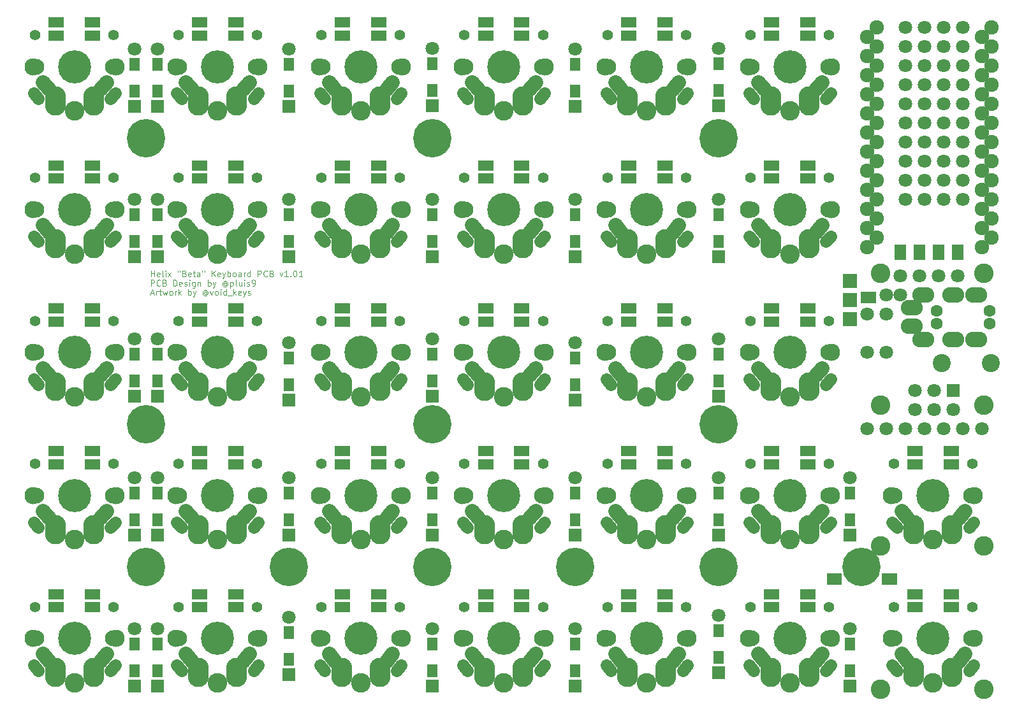
<source format=gbr>
G04 #@! TF.FileFunction,Soldermask,Top*
%FSLAX46Y46*%
G04 Gerber Fmt 4.6, Leading zero omitted, Abs format (unit mm)*
G04 Created by KiCad (PCBNEW 4.0.1-stable) date 2018/01/08 13:19:11*
%MOMM*%
G01*
G04 APERTURE LIST*
%ADD10C,0.100000*%
%ADD11C,0.110000*%
%ADD12C,5.100400*%
%ADD13R,1.797000X1.797000*%
%ADD14C,1.797000*%
%ADD15R,2.000000X1.400000*%
%ADD16C,2.600000*%
%ADD17C,1.924000*%
%ADD18R,1.543000X1.035000*%
%ADD19R,1.350000X1.700000*%
%ADD20C,2.400000*%
%ADD21R,1.035000X1.543000*%
%ADD22C,1.600000*%
%ADD23O,2.900000X2.100000*%
%ADD24R,0.781000X0.781000*%
%ADD25R,1.924000X1.924000*%
%ADD26C,1.650000*%
%ADD27C,4.400000*%
%ADD28C,2.300000*%
%ADD29C,2.800000*%
%ADD30C,1.950000*%
%ADD31C,2.100000*%
%ADD32C,1.400000*%
G04 APERTURE END LIST*
D10*
D11*
X102121428Y-83133333D02*
X102502380Y-83133333D01*
X102045237Y-83361905D02*
X102311904Y-82561905D01*
X102578571Y-83361905D01*
X102845237Y-83361905D02*
X102845237Y-82828571D01*
X102845237Y-82980952D02*
X102883332Y-82904762D01*
X102921428Y-82866667D01*
X102997618Y-82828571D01*
X103073809Y-82828571D01*
X103226189Y-82828571D02*
X103530951Y-82828571D01*
X103340475Y-82561905D02*
X103340475Y-83247619D01*
X103378570Y-83323810D01*
X103454761Y-83361905D01*
X103530951Y-83361905D01*
X103721428Y-82828571D02*
X103873809Y-83361905D01*
X104026190Y-82980952D01*
X104178571Y-83361905D01*
X104330952Y-82828571D01*
X104749999Y-83361905D02*
X104673808Y-83323810D01*
X104635713Y-83285714D01*
X104597618Y-83209524D01*
X104597618Y-82980952D01*
X104635713Y-82904762D01*
X104673808Y-82866667D01*
X104749999Y-82828571D01*
X104864285Y-82828571D01*
X104940475Y-82866667D01*
X104978570Y-82904762D01*
X105016666Y-82980952D01*
X105016666Y-83209524D01*
X104978570Y-83285714D01*
X104940475Y-83323810D01*
X104864285Y-83361905D01*
X104749999Y-83361905D01*
X105359523Y-83361905D02*
X105359523Y-82828571D01*
X105359523Y-82980952D02*
X105397618Y-82904762D01*
X105435714Y-82866667D01*
X105511904Y-82828571D01*
X105588095Y-82828571D01*
X105854761Y-83361905D02*
X105854761Y-82561905D01*
X105930952Y-83057143D02*
X106159523Y-83361905D01*
X106159523Y-82828571D02*
X105854761Y-83133333D01*
X107111904Y-83361905D02*
X107111904Y-82561905D01*
X107111904Y-82866667D02*
X107188095Y-82828571D01*
X107340476Y-82828571D01*
X107416666Y-82866667D01*
X107454761Y-82904762D01*
X107492857Y-82980952D01*
X107492857Y-83209524D01*
X107454761Y-83285714D01*
X107416666Y-83323810D01*
X107340476Y-83361905D01*
X107188095Y-83361905D01*
X107111904Y-83323810D01*
X107759524Y-82828571D02*
X107950000Y-83361905D01*
X108140476Y-82828571D02*
X107950000Y-83361905D01*
X107873809Y-83552381D01*
X107835714Y-83590476D01*
X107759524Y-83628571D01*
X109550000Y-82980952D02*
X109511905Y-82942857D01*
X109435715Y-82904762D01*
X109359524Y-82904762D01*
X109283334Y-82942857D01*
X109245238Y-82980952D01*
X109207143Y-83057143D01*
X109207143Y-83133333D01*
X109245238Y-83209524D01*
X109283334Y-83247619D01*
X109359524Y-83285714D01*
X109435715Y-83285714D01*
X109511905Y-83247619D01*
X109550000Y-83209524D01*
X109550000Y-82904762D02*
X109550000Y-83209524D01*
X109588096Y-83247619D01*
X109626191Y-83247619D01*
X109702381Y-83209524D01*
X109740476Y-83133333D01*
X109740476Y-82942857D01*
X109664286Y-82828571D01*
X109550000Y-82752381D01*
X109397619Y-82714286D01*
X109245238Y-82752381D01*
X109130953Y-82828571D01*
X109054762Y-82942857D01*
X109016667Y-83095238D01*
X109054762Y-83247619D01*
X109130953Y-83361905D01*
X109245238Y-83438095D01*
X109397619Y-83476190D01*
X109550000Y-83438095D01*
X109664286Y-83361905D01*
X110007143Y-82828571D02*
X110197619Y-83361905D01*
X110388095Y-82828571D01*
X110807143Y-83361905D02*
X110730952Y-83323810D01*
X110692857Y-83285714D01*
X110654762Y-83209524D01*
X110654762Y-82980952D01*
X110692857Y-82904762D01*
X110730952Y-82866667D01*
X110807143Y-82828571D01*
X110921429Y-82828571D01*
X110997619Y-82866667D01*
X111035714Y-82904762D01*
X111073810Y-82980952D01*
X111073810Y-83209524D01*
X111035714Y-83285714D01*
X110997619Y-83323810D01*
X110921429Y-83361905D01*
X110807143Y-83361905D01*
X111416667Y-83361905D02*
X111416667Y-82828571D01*
X111416667Y-82561905D02*
X111378572Y-82600000D01*
X111416667Y-82638095D01*
X111454762Y-82600000D01*
X111416667Y-82561905D01*
X111416667Y-82638095D01*
X112140476Y-83361905D02*
X112140476Y-82561905D01*
X112140476Y-83323810D02*
X112064286Y-83361905D01*
X111911905Y-83361905D01*
X111835714Y-83323810D01*
X111797619Y-83285714D01*
X111759524Y-83209524D01*
X111759524Y-82980952D01*
X111797619Y-82904762D01*
X111835714Y-82866667D01*
X111911905Y-82828571D01*
X112064286Y-82828571D01*
X112140476Y-82866667D01*
X112330953Y-83438095D02*
X112940477Y-83438095D01*
X113130953Y-83361905D02*
X113130953Y-82561905D01*
X113207144Y-83057143D02*
X113435715Y-83361905D01*
X113435715Y-82828571D02*
X113130953Y-83133333D01*
X114083334Y-83323810D02*
X114007144Y-83361905D01*
X113854763Y-83361905D01*
X113778572Y-83323810D01*
X113740477Y-83247619D01*
X113740477Y-82942857D01*
X113778572Y-82866667D01*
X113854763Y-82828571D01*
X114007144Y-82828571D01*
X114083334Y-82866667D01*
X114121429Y-82942857D01*
X114121429Y-83019048D01*
X113740477Y-83095238D01*
X114388096Y-82828571D02*
X114578572Y-83361905D01*
X114769048Y-82828571D02*
X114578572Y-83361905D01*
X114502381Y-83552381D01*
X114464286Y-83590476D01*
X114388096Y-83628571D01*
X115035715Y-83323810D02*
X115111905Y-83361905D01*
X115264286Y-83361905D01*
X115340477Y-83323810D01*
X115378572Y-83247619D01*
X115378572Y-83209524D01*
X115340477Y-83133333D01*
X115264286Y-83095238D01*
X115150001Y-83095238D01*
X115073810Y-83057143D01*
X115035715Y-82980952D01*
X115035715Y-82942857D01*
X115073810Y-82866667D01*
X115150001Y-82828571D01*
X115264286Y-82828571D01*
X115340477Y-82866667D01*
X102135713Y-82161905D02*
X102135713Y-81361905D01*
X102440475Y-81361905D01*
X102516666Y-81400000D01*
X102554761Y-81438095D01*
X102592856Y-81514286D01*
X102592856Y-81628571D01*
X102554761Y-81704762D01*
X102516666Y-81742857D01*
X102440475Y-81780952D01*
X102135713Y-81780952D01*
X103392856Y-82085714D02*
X103354761Y-82123810D01*
X103240475Y-82161905D01*
X103164285Y-82161905D01*
X103049999Y-82123810D01*
X102973808Y-82047619D01*
X102935713Y-81971429D01*
X102897618Y-81819048D01*
X102897618Y-81704762D01*
X102935713Y-81552381D01*
X102973808Y-81476190D01*
X103049999Y-81400000D01*
X103164285Y-81361905D01*
X103240475Y-81361905D01*
X103354761Y-81400000D01*
X103392856Y-81438095D01*
X104002380Y-81742857D02*
X104116666Y-81780952D01*
X104154761Y-81819048D01*
X104192856Y-81895238D01*
X104192856Y-82009524D01*
X104154761Y-82085714D01*
X104116666Y-82123810D01*
X104040475Y-82161905D01*
X103735713Y-82161905D01*
X103735713Y-81361905D01*
X104002380Y-81361905D01*
X104078570Y-81400000D01*
X104116666Y-81438095D01*
X104154761Y-81514286D01*
X104154761Y-81590476D01*
X104116666Y-81666667D01*
X104078570Y-81704762D01*
X104002380Y-81742857D01*
X103735713Y-81742857D01*
X105145237Y-82161905D02*
X105145237Y-81361905D01*
X105335713Y-81361905D01*
X105449999Y-81400000D01*
X105526190Y-81476190D01*
X105564285Y-81552381D01*
X105602380Y-81704762D01*
X105602380Y-81819048D01*
X105564285Y-81971429D01*
X105526190Y-82047619D01*
X105449999Y-82123810D01*
X105335713Y-82161905D01*
X105145237Y-82161905D01*
X106249999Y-82123810D02*
X106173809Y-82161905D01*
X106021428Y-82161905D01*
X105945237Y-82123810D01*
X105907142Y-82047619D01*
X105907142Y-81742857D01*
X105945237Y-81666667D01*
X106021428Y-81628571D01*
X106173809Y-81628571D01*
X106249999Y-81666667D01*
X106288094Y-81742857D01*
X106288094Y-81819048D01*
X105907142Y-81895238D01*
X106592856Y-82123810D02*
X106669046Y-82161905D01*
X106821427Y-82161905D01*
X106897618Y-82123810D01*
X106935713Y-82047619D01*
X106935713Y-82009524D01*
X106897618Y-81933333D01*
X106821427Y-81895238D01*
X106707142Y-81895238D01*
X106630951Y-81857143D01*
X106592856Y-81780952D01*
X106592856Y-81742857D01*
X106630951Y-81666667D01*
X106707142Y-81628571D01*
X106821427Y-81628571D01*
X106897618Y-81666667D01*
X107278570Y-82161905D02*
X107278570Y-81628571D01*
X107278570Y-81361905D02*
X107240475Y-81400000D01*
X107278570Y-81438095D01*
X107316665Y-81400000D01*
X107278570Y-81361905D01*
X107278570Y-81438095D01*
X108002379Y-81628571D02*
X108002379Y-82276190D01*
X107964284Y-82352381D01*
X107926189Y-82390476D01*
X107849998Y-82428571D01*
X107735713Y-82428571D01*
X107659522Y-82390476D01*
X108002379Y-82123810D02*
X107926189Y-82161905D01*
X107773808Y-82161905D01*
X107697617Y-82123810D01*
X107659522Y-82085714D01*
X107621427Y-82009524D01*
X107621427Y-81780952D01*
X107659522Y-81704762D01*
X107697617Y-81666667D01*
X107773808Y-81628571D01*
X107926189Y-81628571D01*
X108002379Y-81666667D01*
X108383332Y-81628571D02*
X108383332Y-82161905D01*
X108383332Y-81704762D02*
X108421427Y-81666667D01*
X108497618Y-81628571D01*
X108611904Y-81628571D01*
X108688094Y-81666667D01*
X108726189Y-81742857D01*
X108726189Y-82161905D01*
X109716666Y-82161905D02*
X109716666Y-81361905D01*
X109716666Y-81666667D02*
X109792857Y-81628571D01*
X109945238Y-81628571D01*
X110021428Y-81666667D01*
X110059523Y-81704762D01*
X110097619Y-81780952D01*
X110097619Y-82009524D01*
X110059523Y-82085714D01*
X110021428Y-82123810D01*
X109945238Y-82161905D01*
X109792857Y-82161905D01*
X109716666Y-82123810D01*
X110364286Y-81628571D02*
X110554762Y-82161905D01*
X110745238Y-81628571D02*
X110554762Y-82161905D01*
X110478571Y-82352381D01*
X110440476Y-82390476D01*
X110364286Y-82428571D01*
X112154762Y-81780952D02*
X112116667Y-81742857D01*
X112040477Y-81704762D01*
X111964286Y-81704762D01*
X111888096Y-81742857D01*
X111850000Y-81780952D01*
X111811905Y-81857143D01*
X111811905Y-81933333D01*
X111850000Y-82009524D01*
X111888096Y-82047619D01*
X111964286Y-82085714D01*
X112040477Y-82085714D01*
X112116667Y-82047619D01*
X112154762Y-82009524D01*
X112154762Y-81704762D02*
X112154762Y-82009524D01*
X112192858Y-82047619D01*
X112230953Y-82047619D01*
X112307143Y-82009524D01*
X112345238Y-81933333D01*
X112345238Y-81742857D01*
X112269048Y-81628571D01*
X112154762Y-81552381D01*
X112002381Y-81514286D01*
X111850000Y-81552381D01*
X111735715Y-81628571D01*
X111659524Y-81742857D01*
X111621429Y-81895238D01*
X111659524Y-82047619D01*
X111735715Y-82161905D01*
X111850000Y-82238095D01*
X112002381Y-82276190D01*
X112154762Y-82238095D01*
X112269048Y-82161905D01*
X112688095Y-81628571D02*
X112688095Y-82428571D01*
X112688095Y-81666667D02*
X112764286Y-81628571D01*
X112916667Y-81628571D01*
X112992857Y-81666667D01*
X113030952Y-81704762D01*
X113069048Y-81780952D01*
X113069048Y-82009524D01*
X113030952Y-82085714D01*
X112992857Y-82123810D01*
X112916667Y-82161905D01*
X112764286Y-82161905D01*
X112688095Y-82123810D01*
X113526191Y-82161905D02*
X113450000Y-82123810D01*
X113411905Y-82047619D01*
X113411905Y-81361905D01*
X114173810Y-81628571D02*
X114173810Y-82161905D01*
X113830953Y-81628571D02*
X113830953Y-82047619D01*
X113869048Y-82123810D01*
X113945239Y-82161905D01*
X114059525Y-82161905D01*
X114135715Y-82123810D01*
X114173810Y-82085714D01*
X114554763Y-82161905D02*
X114554763Y-81628571D01*
X114554763Y-81361905D02*
X114516668Y-81400000D01*
X114554763Y-81438095D01*
X114592858Y-81400000D01*
X114554763Y-81361905D01*
X114554763Y-81438095D01*
X114897620Y-82123810D02*
X114973810Y-82161905D01*
X115126191Y-82161905D01*
X115202382Y-82123810D01*
X115240477Y-82047619D01*
X115240477Y-82009524D01*
X115202382Y-81933333D01*
X115126191Y-81895238D01*
X115011906Y-81895238D01*
X114935715Y-81857143D01*
X114897620Y-81780952D01*
X114897620Y-81742857D01*
X114935715Y-81666667D01*
X115011906Y-81628571D01*
X115126191Y-81628571D01*
X115202382Y-81666667D01*
X115621429Y-82161905D02*
X115773810Y-82161905D01*
X115850001Y-82123810D01*
X115888096Y-82085714D01*
X115964287Y-81971429D01*
X116002382Y-81819048D01*
X116002382Y-81514286D01*
X115964287Y-81438095D01*
X115926191Y-81400000D01*
X115850001Y-81361905D01*
X115697620Y-81361905D01*
X115621429Y-81400000D01*
X115583334Y-81438095D01*
X115545239Y-81514286D01*
X115545239Y-81704762D01*
X115583334Y-81780952D01*
X115621429Y-81819048D01*
X115697620Y-81857143D01*
X115850001Y-81857143D01*
X115926191Y-81819048D01*
X115964287Y-81780952D01*
X116002382Y-81704762D01*
X102161903Y-80911905D02*
X102161903Y-80111905D01*
X102161903Y-80492857D02*
X102619046Y-80492857D01*
X102619046Y-80911905D02*
X102619046Y-80111905D01*
X103304760Y-80873810D02*
X103228570Y-80911905D01*
X103076189Y-80911905D01*
X102999998Y-80873810D01*
X102961903Y-80797619D01*
X102961903Y-80492857D01*
X102999998Y-80416667D01*
X103076189Y-80378571D01*
X103228570Y-80378571D01*
X103304760Y-80416667D01*
X103342855Y-80492857D01*
X103342855Y-80569048D01*
X102961903Y-80645238D01*
X103799998Y-80911905D02*
X103723807Y-80873810D01*
X103685712Y-80797619D01*
X103685712Y-80111905D01*
X104104760Y-80911905D02*
X104104760Y-80378571D01*
X104104760Y-80111905D02*
X104066665Y-80150000D01*
X104104760Y-80188095D01*
X104142855Y-80150000D01*
X104104760Y-80111905D01*
X104104760Y-80188095D01*
X104409522Y-80911905D02*
X104828569Y-80378571D01*
X104409522Y-80378571D02*
X104828569Y-80911905D01*
X105704760Y-80111905D02*
X105704760Y-80264286D01*
X106009522Y-80111905D02*
X106009522Y-80264286D01*
X106619046Y-80492857D02*
X106733332Y-80530952D01*
X106771427Y-80569048D01*
X106809522Y-80645238D01*
X106809522Y-80759524D01*
X106771427Y-80835714D01*
X106733332Y-80873810D01*
X106657141Y-80911905D01*
X106352379Y-80911905D01*
X106352379Y-80111905D01*
X106619046Y-80111905D01*
X106695236Y-80150000D01*
X106733332Y-80188095D01*
X106771427Y-80264286D01*
X106771427Y-80340476D01*
X106733332Y-80416667D01*
X106695236Y-80454762D01*
X106619046Y-80492857D01*
X106352379Y-80492857D01*
X107457141Y-80873810D02*
X107380951Y-80911905D01*
X107228570Y-80911905D01*
X107152379Y-80873810D01*
X107114284Y-80797619D01*
X107114284Y-80492857D01*
X107152379Y-80416667D01*
X107228570Y-80378571D01*
X107380951Y-80378571D01*
X107457141Y-80416667D01*
X107495236Y-80492857D01*
X107495236Y-80569048D01*
X107114284Y-80645238D01*
X107723807Y-80378571D02*
X108028569Y-80378571D01*
X107838093Y-80111905D02*
X107838093Y-80797619D01*
X107876188Y-80873810D01*
X107952379Y-80911905D01*
X108028569Y-80911905D01*
X108638093Y-80911905D02*
X108638093Y-80492857D01*
X108599998Y-80416667D01*
X108523808Y-80378571D01*
X108371427Y-80378571D01*
X108295236Y-80416667D01*
X108638093Y-80873810D02*
X108561903Y-80911905D01*
X108371427Y-80911905D01*
X108295236Y-80873810D01*
X108257141Y-80797619D01*
X108257141Y-80721429D01*
X108295236Y-80645238D01*
X108371427Y-80607143D01*
X108561903Y-80607143D01*
X108638093Y-80569048D01*
X108980951Y-80111905D02*
X108980951Y-80264286D01*
X109285713Y-80111905D02*
X109285713Y-80264286D01*
X110238094Y-80911905D02*
X110238094Y-80111905D01*
X110695237Y-80911905D02*
X110352380Y-80454762D01*
X110695237Y-80111905D02*
X110238094Y-80569048D01*
X111342856Y-80873810D02*
X111266666Y-80911905D01*
X111114285Y-80911905D01*
X111038094Y-80873810D01*
X110999999Y-80797619D01*
X110999999Y-80492857D01*
X111038094Y-80416667D01*
X111114285Y-80378571D01*
X111266666Y-80378571D01*
X111342856Y-80416667D01*
X111380951Y-80492857D01*
X111380951Y-80569048D01*
X110999999Y-80645238D01*
X111647618Y-80378571D02*
X111838094Y-80911905D01*
X112028570Y-80378571D02*
X111838094Y-80911905D01*
X111761903Y-81102381D01*
X111723808Y-81140476D01*
X111647618Y-81178571D01*
X112333332Y-80911905D02*
X112333332Y-80111905D01*
X112333332Y-80416667D02*
X112409523Y-80378571D01*
X112561904Y-80378571D01*
X112638094Y-80416667D01*
X112676189Y-80454762D01*
X112714285Y-80530952D01*
X112714285Y-80759524D01*
X112676189Y-80835714D01*
X112638094Y-80873810D01*
X112561904Y-80911905D01*
X112409523Y-80911905D01*
X112333332Y-80873810D01*
X113171428Y-80911905D02*
X113095237Y-80873810D01*
X113057142Y-80835714D01*
X113019047Y-80759524D01*
X113019047Y-80530952D01*
X113057142Y-80454762D01*
X113095237Y-80416667D01*
X113171428Y-80378571D01*
X113285714Y-80378571D01*
X113361904Y-80416667D01*
X113399999Y-80454762D01*
X113438095Y-80530952D01*
X113438095Y-80759524D01*
X113399999Y-80835714D01*
X113361904Y-80873810D01*
X113285714Y-80911905D01*
X113171428Y-80911905D01*
X114123809Y-80911905D02*
X114123809Y-80492857D01*
X114085714Y-80416667D01*
X114009524Y-80378571D01*
X113857143Y-80378571D01*
X113780952Y-80416667D01*
X114123809Y-80873810D02*
X114047619Y-80911905D01*
X113857143Y-80911905D01*
X113780952Y-80873810D01*
X113742857Y-80797619D01*
X113742857Y-80721429D01*
X113780952Y-80645238D01*
X113857143Y-80607143D01*
X114047619Y-80607143D01*
X114123809Y-80569048D01*
X114504762Y-80911905D02*
X114504762Y-80378571D01*
X114504762Y-80530952D02*
X114542857Y-80454762D01*
X114580953Y-80416667D01*
X114657143Y-80378571D01*
X114733334Y-80378571D01*
X115342857Y-80911905D02*
X115342857Y-80111905D01*
X115342857Y-80873810D02*
X115266667Y-80911905D01*
X115114286Y-80911905D01*
X115038095Y-80873810D01*
X115000000Y-80835714D01*
X114961905Y-80759524D01*
X114961905Y-80530952D01*
X115000000Y-80454762D01*
X115038095Y-80416667D01*
X115114286Y-80378571D01*
X115266667Y-80378571D01*
X115342857Y-80416667D01*
X116333334Y-80911905D02*
X116333334Y-80111905D01*
X116638096Y-80111905D01*
X116714287Y-80150000D01*
X116752382Y-80188095D01*
X116790477Y-80264286D01*
X116790477Y-80378571D01*
X116752382Y-80454762D01*
X116714287Y-80492857D01*
X116638096Y-80530952D01*
X116333334Y-80530952D01*
X117590477Y-80835714D02*
X117552382Y-80873810D01*
X117438096Y-80911905D01*
X117361906Y-80911905D01*
X117247620Y-80873810D01*
X117171429Y-80797619D01*
X117133334Y-80721429D01*
X117095239Y-80569048D01*
X117095239Y-80454762D01*
X117133334Y-80302381D01*
X117171429Y-80226190D01*
X117247620Y-80150000D01*
X117361906Y-80111905D01*
X117438096Y-80111905D01*
X117552382Y-80150000D01*
X117590477Y-80188095D01*
X118200001Y-80492857D02*
X118314287Y-80530952D01*
X118352382Y-80569048D01*
X118390477Y-80645238D01*
X118390477Y-80759524D01*
X118352382Y-80835714D01*
X118314287Y-80873810D01*
X118238096Y-80911905D01*
X117933334Y-80911905D01*
X117933334Y-80111905D01*
X118200001Y-80111905D01*
X118276191Y-80150000D01*
X118314287Y-80188095D01*
X118352382Y-80264286D01*
X118352382Y-80340476D01*
X118314287Y-80416667D01*
X118276191Y-80454762D01*
X118200001Y-80492857D01*
X117933334Y-80492857D01*
X119266668Y-80378571D02*
X119457144Y-80911905D01*
X119647620Y-80378571D01*
X120371430Y-80911905D02*
X119914287Y-80911905D01*
X120142858Y-80911905D02*
X120142858Y-80111905D01*
X120066668Y-80226190D01*
X119990477Y-80302381D01*
X119914287Y-80340476D01*
X120714287Y-80835714D02*
X120752382Y-80873810D01*
X120714287Y-80911905D01*
X120676192Y-80873810D01*
X120714287Y-80835714D01*
X120714287Y-80911905D01*
X121247620Y-80111905D02*
X121323811Y-80111905D01*
X121400001Y-80150000D01*
X121438096Y-80188095D01*
X121476192Y-80264286D01*
X121514287Y-80416667D01*
X121514287Y-80607143D01*
X121476192Y-80759524D01*
X121438096Y-80835714D01*
X121400001Y-80873810D01*
X121323811Y-80911905D01*
X121247620Y-80911905D01*
X121171430Y-80873810D01*
X121133334Y-80835714D01*
X121095239Y-80759524D01*
X121057144Y-80607143D01*
X121057144Y-80416667D01*
X121095239Y-80264286D01*
X121133334Y-80188095D01*
X121171430Y-80150000D01*
X121247620Y-80111905D01*
X122276192Y-80911905D02*
X121819049Y-80911905D01*
X122047620Y-80911905D02*
X122047620Y-80111905D01*
X121971430Y-80226190D01*
X121895239Y-80302381D01*
X121819049Y-80340476D01*
D12*
X139500000Y-100500000D03*
X139500000Y-62500000D03*
X158500000Y-119500000D03*
X120500000Y-119500000D03*
D13*
X208650000Y-96070000D03*
D14*
X208650000Y-98610000D03*
X206110000Y-96070000D03*
X206110000Y-98610000D03*
X203570000Y-96070000D03*
X203570000Y-98610000D03*
D12*
X139500000Y-119500000D03*
X196500000Y-119500000D03*
D15*
X113400000Y-48875000D03*
X113400000Y-47125000D03*
X108600000Y-48875000D03*
X108600000Y-47125000D03*
X94400000Y-48875000D03*
X94400000Y-47125000D03*
X89600000Y-48875000D03*
X89600000Y-47125000D03*
D16*
X199000000Y-98000000D03*
X212750000Y-98000000D03*
D12*
X177500000Y-119500000D03*
X177500000Y-100500000D03*
X177500000Y-62500000D03*
D17*
X213730000Y-47810000D03*
X213730000Y-50350000D03*
X213730000Y-52890000D03*
X213730000Y-55430000D03*
X213730000Y-57970000D03*
X213730000Y-60510000D03*
X213730000Y-63050000D03*
X213730000Y-65590000D03*
X213730000Y-68130000D03*
X213730000Y-70670000D03*
X213730000Y-73210000D03*
X213730000Y-75750000D03*
X198490000Y-75750000D03*
X198490000Y-73210000D03*
X198490000Y-70670000D03*
X198490000Y-68130000D03*
X198490000Y-65590000D03*
X198490000Y-63050000D03*
X198490000Y-60510000D03*
X198490000Y-57970000D03*
X198490000Y-55430000D03*
X198490000Y-52890000D03*
X198490000Y-50350000D03*
X198490000Y-47810000D03*
D14*
X199760000Y-85910000D03*
X199760000Y-90990000D03*
X197220000Y-85910000D03*
X197220000Y-90990000D03*
D16*
X199000000Y-135750000D03*
X212750000Y-135750000D03*
D14*
X197220000Y-101150000D03*
X199760000Y-101150000D03*
X212460000Y-101150000D03*
X209920000Y-101150000D03*
X207380000Y-101150000D03*
X204840000Y-101150000D03*
X202300000Y-101150000D03*
D16*
X199000000Y-116750000D03*
X212750000Y-116750000D03*
X199000000Y-80500000D03*
D14*
X209285000Y-80830000D03*
X206745000Y-80830000D03*
X204205000Y-80830000D03*
X201665000Y-80830000D03*
D12*
X101500000Y-100500000D03*
X101500000Y-119500000D03*
D14*
X209920000Y-70670000D03*
X207380000Y-70670000D03*
X204840000Y-70670000D03*
X202300000Y-70670000D03*
X202300000Y-68130000D03*
X204840000Y-68130000D03*
X207380000Y-68130000D03*
X209920000Y-68130000D03*
X209920000Y-65590000D03*
X207380000Y-65590000D03*
X204840000Y-65590000D03*
X202300000Y-65590000D03*
X202300000Y-63050000D03*
X204840000Y-63050000D03*
X207380000Y-63050000D03*
X209920000Y-63050000D03*
X209920000Y-60510000D03*
X207380000Y-60510000D03*
X204840000Y-60510000D03*
X202300000Y-60510000D03*
X202300000Y-57970000D03*
X204840000Y-57970000D03*
X207380000Y-57970000D03*
X209920000Y-57970000D03*
X209920000Y-55430000D03*
X207380000Y-55430000D03*
X204840000Y-55430000D03*
X202300000Y-55430000D03*
X202300000Y-52890000D03*
X204840000Y-52890000D03*
X207380000Y-52890000D03*
X209920000Y-52890000D03*
X209920000Y-50350000D03*
X207380000Y-50350000D03*
X204840000Y-50350000D03*
X202300000Y-50350000D03*
X202300000Y-47810000D03*
X204840000Y-47810000D03*
X207380000Y-47810000D03*
X209920000Y-47810000D03*
D18*
X209285000Y-77154620D03*
X209285000Y-78155380D03*
X206745000Y-77154620D03*
X206745000Y-78155380D03*
X204205000Y-77154620D03*
X204205000Y-78155380D03*
X201665000Y-77154620D03*
X201665000Y-78155380D03*
D14*
X199760000Y-83370000D03*
X201665000Y-83370000D03*
D12*
X101500000Y-62500000D03*
D19*
X100000000Y-56275000D03*
D13*
X100000000Y-58310000D03*
D14*
X100000000Y-50690000D03*
D19*
X100000000Y-52725000D03*
X103000000Y-56275000D03*
D13*
X103000000Y-58310000D03*
D14*
X103000000Y-50690000D03*
D19*
X103000000Y-52725000D03*
X120500000Y-56275000D03*
D13*
X120500000Y-58310000D03*
D14*
X120500000Y-50690000D03*
D19*
X120500000Y-52725000D03*
X139500000Y-56175000D03*
D13*
X139500000Y-58210000D03*
D14*
X139500000Y-50590000D03*
D19*
X139500000Y-52625000D03*
X158500000Y-56275000D03*
D13*
X158500000Y-58310000D03*
D14*
X158500000Y-50690000D03*
D19*
X158500000Y-52725000D03*
X177500000Y-56175000D03*
D13*
X177500000Y-58210000D03*
D14*
X177500000Y-50590000D03*
D19*
X177500000Y-52625000D03*
X100000000Y-76275000D03*
D13*
X100000000Y-78310000D03*
D14*
X100000000Y-70690000D03*
D19*
X100000000Y-72725000D03*
X103000000Y-76275000D03*
D13*
X103000000Y-78310000D03*
D14*
X103000000Y-70690000D03*
D19*
X103000000Y-72725000D03*
X120500000Y-76275000D03*
D13*
X120500000Y-78310000D03*
D14*
X120500000Y-70690000D03*
D19*
X120500000Y-72725000D03*
X139500000Y-76275000D03*
D13*
X139500000Y-78310000D03*
D14*
X139500000Y-70690000D03*
D19*
X139500000Y-72725000D03*
X158500000Y-76275000D03*
D13*
X158500000Y-78310000D03*
D14*
X158500000Y-70690000D03*
D19*
X158500000Y-72725000D03*
X177500000Y-76275000D03*
D13*
X177500000Y-78310000D03*
D14*
X177500000Y-70690000D03*
D19*
X177500000Y-72725000D03*
X100000000Y-94775000D03*
D13*
X100000000Y-96810000D03*
D14*
X100000000Y-89190000D03*
D19*
X100000000Y-91225000D03*
X103000000Y-94775000D03*
D13*
X103000000Y-96810000D03*
D14*
X103000000Y-89190000D03*
D19*
X103000000Y-91225000D03*
X120500000Y-95275000D03*
D13*
X120500000Y-97310000D03*
D14*
X120500000Y-89690000D03*
D19*
X120500000Y-91725000D03*
X139500000Y-94775000D03*
D13*
X139500000Y-96810000D03*
D14*
X139500000Y-89190000D03*
D19*
X139500000Y-91225000D03*
X158500000Y-95275000D03*
D13*
X158500000Y-97310000D03*
D14*
X158500000Y-89690000D03*
D19*
X158500000Y-91725000D03*
X177500000Y-94775000D03*
D13*
X177500000Y-96810000D03*
D14*
X177500000Y-89190000D03*
D19*
X177500000Y-91225000D03*
X100000000Y-113275000D03*
D13*
X100000000Y-115310000D03*
D14*
X100000000Y-107690000D03*
D19*
X100000000Y-109725000D03*
X103000000Y-113275000D03*
D13*
X103000000Y-115310000D03*
D14*
X103000000Y-107690000D03*
D19*
X103000000Y-109725000D03*
X120500000Y-113275000D03*
D13*
X120500000Y-115310000D03*
D14*
X120500000Y-107690000D03*
D19*
X120500000Y-109725000D03*
X139500000Y-113275000D03*
D13*
X139500000Y-115310000D03*
D14*
X139500000Y-107690000D03*
D19*
X139500000Y-109725000D03*
X158500000Y-113275000D03*
D13*
X158500000Y-115310000D03*
D14*
X158500000Y-107690000D03*
D19*
X158500000Y-109725000D03*
X177500000Y-113275000D03*
D13*
X177500000Y-115310000D03*
D14*
X177500000Y-107690000D03*
D19*
X177500000Y-109725000D03*
X195000000Y-113275000D03*
D13*
X195000000Y-115310000D03*
D14*
X195000000Y-107690000D03*
D19*
X195000000Y-109725000D03*
X100000000Y-133275000D03*
D13*
X100000000Y-135310000D03*
D14*
X100000000Y-127690000D03*
D19*
X100000000Y-129725000D03*
X103000000Y-133275000D03*
D13*
X103000000Y-135310000D03*
D14*
X103000000Y-127690000D03*
D19*
X103000000Y-129725000D03*
X120500000Y-131775000D03*
D13*
X120500000Y-133810000D03*
D14*
X120500000Y-126190000D03*
D19*
X120500000Y-128225000D03*
X139500000Y-133275000D03*
D13*
X139500000Y-135310000D03*
D14*
X139500000Y-127690000D03*
D19*
X139500000Y-129725000D03*
X158500000Y-133275000D03*
D13*
X158500000Y-135310000D03*
D14*
X158500000Y-127690000D03*
D19*
X158500000Y-129725000D03*
X177500000Y-131550000D03*
D13*
X177500000Y-133585000D03*
D14*
X177500000Y-125965000D03*
D19*
X177500000Y-128000000D03*
X195000000Y-133275000D03*
D13*
X195000000Y-135310000D03*
D14*
X195000000Y-127690000D03*
D19*
X195000000Y-129725000D03*
D17*
X197220000Y-49080000D03*
X197220000Y-51620000D03*
X197220000Y-54160000D03*
X197220000Y-56700000D03*
X197220000Y-59240000D03*
X197220000Y-61780000D03*
X197220000Y-64320000D03*
X197220000Y-66860000D03*
X197220000Y-69400000D03*
X197220000Y-71940000D03*
X197220000Y-74480000D03*
X197220000Y-77020000D03*
X212460000Y-77020000D03*
X212460000Y-74480000D03*
X212460000Y-71940000D03*
X212460000Y-69400000D03*
X212460000Y-66860000D03*
X212460000Y-64320000D03*
X212460000Y-61780000D03*
X212460000Y-59240000D03*
X212460000Y-56700000D03*
X212460000Y-54160000D03*
X212460000Y-51620000D03*
X212460000Y-49080000D03*
D16*
X212750000Y-80500000D03*
D20*
X207150000Y-92400000D03*
X213650000Y-92400000D03*
D21*
X192399620Y-121100000D03*
X193400380Y-121100000D03*
X200700380Y-121100000D03*
X199699620Y-121100000D03*
D22*
X206500000Y-85430000D03*
X213500000Y-85430000D03*
D23*
X204700000Y-83330000D03*
X203200000Y-87530000D03*
X211700000Y-83330000D03*
X208700000Y-83330000D03*
D22*
X213500000Y-87180000D03*
X206500000Y-87180000D03*
D23*
X211700000Y-89280000D03*
X208700000Y-89280000D03*
X204700000Y-89280000D03*
X203200000Y-85080000D03*
D21*
X196899620Y-83700000D03*
X197900380Y-83700000D03*
D24*
X197400000Y-83700000D03*
D15*
X132400000Y-48875000D03*
X132400000Y-47125000D03*
X127600000Y-48875000D03*
X127600000Y-47125000D03*
X151400000Y-48875000D03*
X151400000Y-47125000D03*
X146600000Y-48875000D03*
X146600000Y-47125000D03*
X170400000Y-48875000D03*
X170400000Y-47125000D03*
X165600000Y-48875000D03*
X165600000Y-47125000D03*
X89600000Y-66125000D03*
X89600000Y-67875000D03*
X94400000Y-66125000D03*
X94400000Y-67875000D03*
X108600000Y-66125000D03*
X108600000Y-67875000D03*
X113400000Y-66125000D03*
X113400000Y-67875000D03*
X127600000Y-66125000D03*
X127600000Y-67875000D03*
X132400000Y-66125000D03*
X132400000Y-67875000D03*
X146600000Y-66125000D03*
X146600000Y-67875000D03*
X151400000Y-66125000D03*
X151400000Y-67875000D03*
X165600000Y-66125000D03*
X165600000Y-67875000D03*
X170400000Y-66125000D03*
X170400000Y-67875000D03*
X184600000Y-66125000D03*
X184600000Y-67875000D03*
X189400000Y-66125000D03*
X189400000Y-67875000D03*
X94400000Y-86875000D03*
X94400000Y-85125000D03*
X89600000Y-86875000D03*
X89600000Y-85125000D03*
X113400000Y-86875000D03*
X113400000Y-85125000D03*
X108600000Y-86875000D03*
X108600000Y-85125000D03*
X132400000Y-86875000D03*
X132400000Y-85125000D03*
X127600000Y-86875000D03*
X127600000Y-85125000D03*
X151400000Y-86875000D03*
X151400000Y-85125000D03*
X146600000Y-86875000D03*
X146600000Y-85125000D03*
X170400000Y-86875000D03*
X170400000Y-85125000D03*
X165600000Y-86875000D03*
X165600000Y-85125000D03*
X189400000Y-86875000D03*
X189400000Y-85125000D03*
X184600000Y-86875000D03*
X184600000Y-85125000D03*
X89600000Y-104125000D03*
X89600000Y-105875000D03*
X94400000Y-104125000D03*
X94400000Y-105875000D03*
X108600000Y-104125000D03*
X108600000Y-105875000D03*
X113400000Y-104125000D03*
X113400000Y-105875000D03*
X127600000Y-104125000D03*
X127600000Y-105875000D03*
X132400000Y-104125000D03*
X132400000Y-105875000D03*
X146600000Y-104125000D03*
X146600000Y-105875000D03*
X151400000Y-104125000D03*
X151400000Y-105875000D03*
X165600000Y-104125000D03*
X165600000Y-105875000D03*
X170400000Y-104125000D03*
X170400000Y-105875000D03*
X184600000Y-104125000D03*
X184600000Y-105875000D03*
X189400000Y-104125000D03*
X189400000Y-105875000D03*
X203600000Y-104125000D03*
X203600000Y-105875000D03*
X208400000Y-104125000D03*
X208400000Y-105875000D03*
X94400000Y-124875000D03*
X94400000Y-123125000D03*
X89600000Y-124875000D03*
X89600000Y-123125000D03*
X113400000Y-124875000D03*
X113400000Y-123125000D03*
X108600000Y-124875000D03*
X108600000Y-123125000D03*
X132400000Y-124875000D03*
X132400000Y-123125000D03*
X127600000Y-124875000D03*
X127600000Y-123125000D03*
X151400000Y-124875000D03*
X151400000Y-123125000D03*
X146600000Y-124875000D03*
X146600000Y-123125000D03*
X170400000Y-124875000D03*
X170400000Y-123125000D03*
X165600000Y-124875000D03*
X165600000Y-123125000D03*
X189400000Y-124875000D03*
X189400000Y-123125000D03*
X184600000Y-124875000D03*
X184600000Y-123125000D03*
X208400000Y-124875000D03*
X208400000Y-123125000D03*
X203600000Y-124875000D03*
X203600000Y-123125000D03*
X189400000Y-48875000D03*
X189400000Y-47125000D03*
X184600000Y-48875000D03*
X184600000Y-47125000D03*
D25*
X195000000Y-86580000D03*
X195000000Y-84040000D03*
X195000000Y-81500000D03*
D26*
X125205324Y-76263871D02*
X124594676Y-75536129D01*
D27*
X130000000Y-72000000D03*
D28*
X135500000Y-72000000D03*
X124500000Y-72000000D03*
D26*
X135405324Y-75536129D02*
X134794676Y-76263871D01*
D16*
X130000000Y-77900000D03*
D29*
X127460000Y-77080000D03*
D30*
X134211742Y-74061222D02*
X133408258Y-75018778D01*
D29*
X132540000Y-77080000D03*
D30*
X126591742Y-75018778D02*
X125788258Y-74061222D01*
D29*
X127460000Y-76500000D03*
X127460000Y-76000000D03*
X132540000Y-76000000D03*
X132540000Y-76500000D03*
D31*
X124920000Y-72000000D03*
X135080000Y-72000000D03*
D32*
X124780000Y-67800000D03*
X135220000Y-67800000D03*
D26*
X144205324Y-57263871D02*
X143594676Y-56536129D01*
D27*
X149000000Y-53000000D03*
D28*
X154500000Y-53000000D03*
X143500000Y-53000000D03*
D26*
X154405324Y-56536129D02*
X153794676Y-57263871D01*
D16*
X149000000Y-58900000D03*
D29*
X146460000Y-58080000D03*
D30*
X153211742Y-55061222D02*
X152408258Y-56018778D01*
D29*
X151540000Y-58080000D03*
D30*
X145591742Y-56018778D02*
X144788258Y-55061222D01*
D29*
X146460000Y-57500000D03*
X146460000Y-57000000D03*
X151540000Y-57000000D03*
X151540000Y-57500000D03*
D31*
X143920000Y-53000000D03*
X154080000Y-53000000D03*
D32*
X143780000Y-48800000D03*
X154220000Y-48800000D03*
D26*
X87205324Y-57263871D02*
X86594676Y-56536129D01*
D27*
X92000000Y-53000000D03*
D28*
X97500000Y-53000000D03*
X86500000Y-53000000D03*
D26*
X97405324Y-56536129D02*
X96794676Y-57263871D01*
D16*
X92000000Y-58900000D03*
D29*
X89460000Y-58080000D03*
D30*
X96211742Y-55061222D02*
X95408258Y-56018778D01*
D29*
X94540000Y-58080000D03*
D30*
X88591742Y-56018778D02*
X87788258Y-55061222D01*
D29*
X89460000Y-57500000D03*
X89460000Y-57000000D03*
X94540000Y-57000000D03*
X94540000Y-57500000D03*
D31*
X86920000Y-53000000D03*
X97080000Y-53000000D03*
D32*
X86780000Y-48800000D03*
X97220000Y-48800000D03*
D26*
X201205324Y-133263871D02*
X200594676Y-132536129D01*
D27*
X206000000Y-129000000D03*
D28*
X211500000Y-129000000D03*
X200500000Y-129000000D03*
D26*
X211405324Y-132536129D02*
X210794676Y-133263871D01*
D16*
X206000000Y-134900000D03*
D29*
X203460000Y-134080000D03*
D30*
X210211742Y-131061222D02*
X209408258Y-132018778D01*
D29*
X208540000Y-134080000D03*
D30*
X202591742Y-132018778D02*
X201788258Y-131061222D01*
D29*
X203460000Y-133500000D03*
X203460000Y-133000000D03*
X208540000Y-133000000D03*
X208540000Y-133500000D03*
D31*
X200920000Y-129000000D03*
X211080000Y-129000000D03*
D32*
X200780000Y-124800000D03*
X211220000Y-124800000D03*
D26*
X182205324Y-133263871D02*
X181594676Y-132536129D01*
D27*
X187000000Y-129000000D03*
D28*
X192500000Y-129000000D03*
X181500000Y-129000000D03*
D26*
X192405324Y-132536129D02*
X191794676Y-133263871D01*
D16*
X187000000Y-134900000D03*
D29*
X184460000Y-134080000D03*
D30*
X191211742Y-131061222D02*
X190408258Y-132018778D01*
D29*
X189540000Y-134080000D03*
D30*
X183591742Y-132018778D02*
X182788258Y-131061222D01*
D29*
X184460000Y-133500000D03*
X184460000Y-133000000D03*
X189540000Y-133000000D03*
X189540000Y-133500000D03*
D31*
X181920000Y-129000000D03*
X192080000Y-129000000D03*
D32*
X181780000Y-124800000D03*
X192220000Y-124800000D03*
D26*
X163205324Y-133263871D02*
X162594676Y-132536129D01*
D27*
X168000000Y-129000000D03*
D28*
X173500000Y-129000000D03*
X162500000Y-129000000D03*
D26*
X173405324Y-132536129D02*
X172794676Y-133263871D01*
D16*
X168000000Y-134900000D03*
D29*
X165460000Y-134080000D03*
D30*
X172211742Y-131061222D02*
X171408258Y-132018778D01*
D29*
X170540000Y-134080000D03*
D30*
X164591742Y-132018778D02*
X163788258Y-131061222D01*
D29*
X165460000Y-133500000D03*
X165460000Y-133000000D03*
X170540000Y-133000000D03*
X170540000Y-133500000D03*
D31*
X162920000Y-129000000D03*
X173080000Y-129000000D03*
D32*
X162780000Y-124800000D03*
X173220000Y-124800000D03*
D26*
X144205324Y-133263871D02*
X143594676Y-132536129D01*
D27*
X149000000Y-129000000D03*
D28*
X154500000Y-129000000D03*
X143500000Y-129000000D03*
D26*
X154405324Y-132536129D02*
X153794676Y-133263871D01*
D16*
X149000000Y-134900000D03*
D29*
X146460000Y-134080000D03*
D30*
X153211742Y-131061222D02*
X152408258Y-132018778D01*
D29*
X151540000Y-134080000D03*
D30*
X145591742Y-132018778D02*
X144788258Y-131061222D01*
D29*
X146460000Y-133500000D03*
X146460000Y-133000000D03*
X151540000Y-133000000D03*
X151540000Y-133500000D03*
D31*
X143920000Y-129000000D03*
X154080000Y-129000000D03*
D32*
X143780000Y-124800000D03*
X154220000Y-124800000D03*
D26*
X125205324Y-133263871D02*
X124594676Y-132536129D01*
D27*
X130000000Y-129000000D03*
D28*
X135500000Y-129000000D03*
X124500000Y-129000000D03*
D26*
X135405324Y-132536129D02*
X134794676Y-133263871D01*
D16*
X130000000Y-134900000D03*
D29*
X127460000Y-134080000D03*
D30*
X134211742Y-131061222D02*
X133408258Y-132018778D01*
D29*
X132540000Y-134080000D03*
D30*
X126591742Y-132018778D02*
X125788258Y-131061222D01*
D29*
X127460000Y-133500000D03*
X127460000Y-133000000D03*
X132540000Y-133000000D03*
X132540000Y-133500000D03*
D31*
X124920000Y-129000000D03*
X135080000Y-129000000D03*
D32*
X124780000Y-124800000D03*
X135220000Y-124800000D03*
D26*
X106205324Y-133263871D02*
X105594676Y-132536129D01*
D27*
X111000000Y-129000000D03*
D28*
X116500000Y-129000000D03*
X105500000Y-129000000D03*
D26*
X116405324Y-132536129D02*
X115794676Y-133263871D01*
D16*
X111000000Y-134900000D03*
D29*
X108460000Y-134080000D03*
D30*
X115211742Y-131061222D02*
X114408258Y-132018778D01*
D29*
X113540000Y-134080000D03*
D30*
X107591742Y-132018778D02*
X106788258Y-131061222D01*
D29*
X108460000Y-133500000D03*
X108460000Y-133000000D03*
X113540000Y-133000000D03*
X113540000Y-133500000D03*
D31*
X105920000Y-129000000D03*
X116080000Y-129000000D03*
D32*
X105780000Y-124800000D03*
X116220000Y-124800000D03*
D26*
X87205324Y-133263871D02*
X86594676Y-132536129D01*
D27*
X92000000Y-129000000D03*
D28*
X97500000Y-129000000D03*
X86500000Y-129000000D03*
D26*
X97405324Y-132536129D02*
X96794676Y-133263871D01*
D16*
X92000000Y-134900000D03*
D29*
X89460000Y-134080000D03*
D30*
X96211742Y-131061222D02*
X95408258Y-132018778D01*
D29*
X94540000Y-134080000D03*
D30*
X88591742Y-132018778D02*
X87788258Y-131061222D01*
D29*
X89460000Y-133500000D03*
X89460000Y-133000000D03*
X94540000Y-133000000D03*
X94540000Y-133500000D03*
D31*
X86920000Y-129000000D03*
X97080000Y-129000000D03*
D32*
X86780000Y-124800000D03*
X97220000Y-124800000D03*
D26*
X201205324Y-114263871D02*
X200594676Y-113536129D01*
D27*
X206000000Y-110000000D03*
D28*
X211500000Y-110000000D03*
X200500000Y-110000000D03*
D26*
X211405324Y-113536129D02*
X210794676Y-114263871D01*
D16*
X206000000Y-115900000D03*
D29*
X203460000Y-115080000D03*
D30*
X210211742Y-112061222D02*
X209408258Y-113018778D01*
D29*
X208540000Y-115080000D03*
D30*
X202591742Y-113018778D02*
X201788258Y-112061222D01*
D29*
X203460000Y-114500000D03*
X203460000Y-114000000D03*
X208540000Y-114000000D03*
X208540000Y-114500000D03*
D31*
X200920000Y-110000000D03*
X211080000Y-110000000D03*
D32*
X200780000Y-105800000D03*
X211220000Y-105800000D03*
D26*
X182205324Y-114263871D02*
X181594676Y-113536129D01*
D27*
X187000000Y-110000000D03*
D28*
X192500000Y-110000000D03*
X181500000Y-110000000D03*
D26*
X192405324Y-113536129D02*
X191794676Y-114263871D01*
D16*
X187000000Y-115900000D03*
D29*
X184460000Y-115080000D03*
D30*
X191211742Y-112061222D02*
X190408258Y-113018778D01*
D29*
X189540000Y-115080000D03*
D30*
X183591742Y-113018778D02*
X182788258Y-112061222D01*
D29*
X184460000Y-114500000D03*
X184460000Y-114000000D03*
X189540000Y-114000000D03*
X189540000Y-114500000D03*
D31*
X181920000Y-110000000D03*
X192080000Y-110000000D03*
D32*
X181780000Y-105800000D03*
X192220000Y-105800000D03*
D26*
X163205324Y-114263871D02*
X162594676Y-113536129D01*
D27*
X168000000Y-110000000D03*
D28*
X173500000Y-110000000D03*
X162500000Y-110000000D03*
D26*
X173405324Y-113536129D02*
X172794676Y-114263871D01*
D16*
X168000000Y-115900000D03*
D29*
X165460000Y-115080000D03*
D30*
X172211742Y-112061222D02*
X171408258Y-113018778D01*
D29*
X170540000Y-115080000D03*
D30*
X164591742Y-113018778D02*
X163788258Y-112061222D01*
D29*
X165460000Y-114500000D03*
X165460000Y-114000000D03*
X170540000Y-114000000D03*
X170540000Y-114500000D03*
D31*
X162920000Y-110000000D03*
X173080000Y-110000000D03*
D32*
X162780000Y-105800000D03*
X173220000Y-105800000D03*
D26*
X144205324Y-114263871D02*
X143594676Y-113536129D01*
D27*
X149000000Y-110000000D03*
D28*
X154500000Y-110000000D03*
X143500000Y-110000000D03*
D26*
X154405324Y-113536129D02*
X153794676Y-114263871D01*
D16*
X149000000Y-115900000D03*
D29*
X146460000Y-115080000D03*
D30*
X153211742Y-112061222D02*
X152408258Y-113018778D01*
D29*
X151540000Y-115080000D03*
D30*
X145591742Y-113018778D02*
X144788258Y-112061222D01*
D29*
X146460000Y-114500000D03*
X146460000Y-114000000D03*
X151540000Y-114000000D03*
X151540000Y-114500000D03*
D31*
X143920000Y-110000000D03*
X154080000Y-110000000D03*
D32*
X143780000Y-105800000D03*
X154220000Y-105800000D03*
D26*
X125205324Y-114263871D02*
X124594676Y-113536129D01*
D27*
X130000000Y-110000000D03*
D28*
X135500000Y-110000000D03*
X124500000Y-110000000D03*
D26*
X135405324Y-113536129D02*
X134794676Y-114263871D01*
D16*
X130000000Y-115900000D03*
D29*
X127460000Y-115080000D03*
D30*
X134211742Y-112061222D02*
X133408258Y-113018778D01*
D29*
X132540000Y-115080000D03*
D30*
X126591742Y-113018778D02*
X125788258Y-112061222D01*
D29*
X127460000Y-114500000D03*
X127460000Y-114000000D03*
X132540000Y-114000000D03*
X132540000Y-114500000D03*
D31*
X124920000Y-110000000D03*
X135080000Y-110000000D03*
D32*
X124780000Y-105800000D03*
X135220000Y-105800000D03*
D26*
X106205324Y-114263871D02*
X105594676Y-113536129D01*
D27*
X111000000Y-110000000D03*
D28*
X116500000Y-110000000D03*
X105500000Y-110000000D03*
D26*
X116405324Y-113536129D02*
X115794676Y-114263871D01*
D16*
X111000000Y-115900000D03*
D29*
X108460000Y-115080000D03*
D30*
X115211742Y-112061222D02*
X114408258Y-113018778D01*
D29*
X113540000Y-115080000D03*
D30*
X107591742Y-113018778D02*
X106788258Y-112061222D01*
D29*
X108460000Y-114500000D03*
X108460000Y-114000000D03*
X113540000Y-114000000D03*
X113540000Y-114500000D03*
D31*
X105920000Y-110000000D03*
X116080000Y-110000000D03*
D32*
X105780000Y-105800000D03*
X116220000Y-105800000D03*
D26*
X87205324Y-114263871D02*
X86594676Y-113536129D01*
D27*
X92000000Y-110000000D03*
D28*
X97500000Y-110000000D03*
X86500000Y-110000000D03*
D26*
X97405324Y-113536129D02*
X96794676Y-114263871D01*
D16*
X92000000Y-115900000D03*
D29*
X89460000Y-115080000D03*
D30*
X96211742Y-112061222D02*
X95408258Y-113018778D01*
D29*
X94540000Y-115080000D03*
D30*
X88591742Y-113018778D02*
X87788258Y-112061222D01*
D29*
X89460000Y-114500000D03*
X89460000Y-114000000D03*
X94540000Y-114000000D03*
X94540000Y-114500000D03*
D31*
X86920000Y-110000000D03*
X97080000Y-110000000D03*
D32*
X86780000Y-105800000D03*
X97220000Y-105800000D03*
D26*
X182205324Y-95263871D02*
X181594676Y-94536129D01*
D27*
X187000000Y-91000000D03*
D28*
X192500000Y-91000000D03*
X181500000Y-91000000D03*
D26*
X192405324Y-94536129D02*
X191794676Y-95263871D01*
D16*
X187000000Y-96900000D03*
D29*
X184460000Y-96080000D03*
D30*
X191211742Y-93061222D02*
X190408258Y-94018778D01*
D29*
X189540000Y-96080000D03*
D30*
X183591742Y-94018778D02*
X182788258Y-93061222D01*
D29*
X184460000Y-95500000D03*
X184460000Y-95000000D03*
X189540000Y-95000000D03*
X189540000Y-95500000D03*
D31*
X181920000Y-91000000D03*
X192080000Y-91000000D03*
D32*
X181780000Y-86800000D03*
X192220000Y-86800000D03*
D26*
X163205324Y-95263871D02*
X162594676Y-94536129D01*
D27*
X168000000Y-91000000D03*
D28*
X173500000Y-91000000D03*
X162500000Y-91000000D03*
D26*
X173405324Y-94536129D02*
X172794676Y-95263871D01*
D16*
X168000000Y-96900000D03*
D29*
X165460000Y-96080000D03*
D30*
X172211742Y-93061222D02*
X171408258Y-94018778D01*
D29*
X170540000Y-96080000D03*
D30*
X164591742Y-94018778D02*
X163788258Y-93061222D01*
D29*
X165460000Y-95500000D03*
X165460000Y-95000000D03*
X170540000Y-95000000D03*
X170540000Y-95500000D03*
D31*
X162920000Y-91000000D03*
X173080000Y-91000000D03*
D32*
X162780000Y-86800000D03*
X173220000Y-86800000D03*
D26*
X144205324Y-95263871D02*
X143594676Y-94536129D01*
D27*
X149000000Y-91000000D03*
D28*
X154500000Y-91000000D03*
X143500000Y-91000000D03*
D26*
X154405324Y-94536129D02*
X153794676Y-95263871D01*
D16*
X149000000Y-96900000D03*
D29*
X146460000Y-96080000D03*
D30*
X153211742Y-93061222D02*
X152408258Y-94018778D01*
D29*
X151540000Y-96080000D03*
D30*
X145591742Y-94018778D02*
X144788258Y-93061222D01*
D29*
X146460000Y-95500000D03*
X146460000Y-95000000D03*
X151540000Y-95000000D03*
X151540000Y-95500000D03*
D31*
X143920000Y-91000000D03*
X154080000Y-91000000D03*
D32*
X143780000Y-86800000D03*
X154220000Y-86800000D03*
D26*
X125205324Y-95263871D02*
X124594676Y-94536129D01*
D27*
X130000000Y-91000000D03*
D28*
X135500000Y-91000000D03*
X124500000Y-91000000D03*
D26*
X135405324Y-94536129D02*
X134794676Y-95263871D01*
D16*
X130000000Y-96900000D03*
D29*
X127460000Y-96080000D03*
D30*
X134211742Y-93061222D02*
X133408258Y-94018778D01*
D29*
X132540000Y-96080000D03*
D30*
X126591742Y-94018778D02*
X125788258Y-93061222D01*
D29*
X127460000Y-95500000D03*
X127460000Y-95000000D03*
X132540000Y-95000000D03*
X132540000Y-95500000D03*
D31*
X124920000Y-91000000D03*
X135080000Y-91000000D03*
D32*
X124780000Y-86800000D03*
X135220000Y-86800000D03*
D26*
X106205324Y-95263871D02*
X105594676Y-94536129D01*
D27*
X111000000Y-91000000D03*
D28*
X116500000Y-91000000D03*
X105500000Y-91000000D03*
D26*
X116405324Y-94536129D02*
X115794676Y-95263871D01*
D16*
X111000000Y-96900000D03*
D29*
X108460000Y-96080000D03*
D30*
X115211742Y-93061222D02*
X114408258Y-94018778D01*
D29*
X113540000Y-96080000D03*
D30*
X107591742Y-94018778D02*
X106788258Y-93061222D01*
D29*
X108460000Y-95500000D03*
X108460000Y-95000000D03*
X113540000Y-95000000D03*
X113540000Y-95500000D03*
D31*
X105920000Y-91000000D03*
X116080000Y-91000000D03*
D32*
X105780000Y-86800000D03*
X116220000Y-86800000D03*
D26*
X87205324Y-95263871D02*
X86594676Y-94536129D01*
D27*
X92000000Y-91000000D03*
D28*
X97500000Y-91000000D03*
X86500000Y-91000000D03*
D26*
X97405324Y-94536129D02*
X96794676Y-95263871D01*
D16*
X92000000Y-96900000D03*
D29*
X89460000Y-96080000D03*
D30*
X96211742Y-93061222D02*
X95408258Y-94018778D01*
D29*
X94540000Y-96080000D03*
D30*
X88591742Y-94018778D02*
X87788258Y-93061222D01*
D29*
X89460000Y-95500000D03*
X89460000Y-95000000D03*
X94540000Y-95000000D03*
X94540000Y-95500000D03*
D31*
X86920000Y-91000000D03*
X97080000Y-91000000D03*
D32*
X86780000Y-86800000D03*
X97220000Y-86800000D03*
D26*
X182205324Y-76263871D02*
X181594676Y-75536129D01*
D27*
X187000000Y-72000000D03*
D28*
X192500000Y-72000000D03*
X181500000Y-72000000D03*
D26*
X192405324Y-75536129D02*
X191794676Y-76263871D01*
D16*
X187000000Y-77900000D03*
D29*
X184460000Y-77080000D03*
D30*
X191211742Y-74061222D02*
X190408258Y-75018778D01*
D29*
X189540000Y-77080000D03*
D30*
X183591742Y-75018778D02*
X182788258Y-74061222D01*
D29*
X184460000Y-76500000D03*
X184460000Y-76000000D03*
X189540000Y-76000000D03*
X189540000Y-76500000D03*
D31*
X181920000Y-72000000D03*
X192080000Y-72000000D03*
D32*
X181780000Y-67800000D03*
X192220000Y-67800000D03*
D26*
X163205324Y-76263871D02*
X162594676Y-75536129D01*
D27*
X168000000Y-72000000D03*
D28*
X173500000Y-72000000D03*
X162500000Y-72000000D03*
D26*
X173405324Y-75536129D02*
X172794676Y-76263871D01*
D16*
X168000000Y-77900000D03*
D29*
X165460000Y-77080000D03*
D30*
X172211742Y-74061222D02*
X171408258Y-75018778D01*
D29*
X170540000Y-77080000D03*
D30*
X164591742Y-75018778D02*
X163788258Y-74061222D01*
D29*
X165460000Y-76500000D03*
X165460000Y-76000000D03*
X170540000Y-76000000D03*
X170540000Y-76500000D03*
D31*
X162920000Y-72000000D03*
X173080000Y-72000000D03*
D32*
X162780000Y-67800000D03*
X173220000Y-67800000D03*
D26*
X144205324Y-76263871D02*
X143594676Y-75536129D01*
D27*
X149000000Y-72000000D03*
D28*
X154500000Y-72000000D03*
X143500000Y-72000000D03*
D26*
X154405324Y-75536129D02*
X153794676Y-76263871D01*
D16*
X149000000Y-77900000D03*
D29*
X146460000Y-77080000D03*
D30*
X153211742Y-74061222D02*
X152408258Y-75018778D01*
D29*
X151540000Y-77080000D03*
D30*
X145591742Y-75018778D02*
X144788258Y-74061222D01*
D29*
X146460000Y-76500000D03*
X146460000Y-76000000D03*
X151540000Y-76000000D03*
X151540000Y-76500000D03*
D31*
X143920000Y-72000000D03*
X154080000Y-72000000D03*
D32*
X143780000Y-67800000D03*
X154220000Y-67800000D03*
D26*
X106205324Y-76263871D02*
X105594676Y-75536129D01*
D27*
X111000000Y-72000000D03*
D28*
X116500000Y-72000000D03*
X105500000Y-72000000D03*
D26*
X116405324Y-75536129D02*
X115794676Y-76263871D01*
D16*
X111000000Y-77900000D03*
D29*
X108460000Y-77080000D03*
D30*
X115211742Y-74061222D02*
X114408258Y-75018778D01*
D29*
X113540000Y-77080000D03*
D30*
X107591742Y-75018778D02*
X106788258Y-74061222D01*
D29*
X108460000Y-76500000D03*
X108460000Y-76000000D03*
X113540000Y-76000000D03*
X113540000Y-76500000D03*
D31*
X105920000Y-72000000D03*
X116080000Y-72000000D03*
D32*
X105780000Y-67800000D03*
X116220000Y-67800000D03*
D26*
X87205324Y-76263871D02*
X86594676Y-75536129D01*
D27*
X92000000Y-72000000D03*
D28*
X97500000Y-72000000D03*
X86500000Y-72000000D03*
D26*
X97405324Y-75536129D02*
X96794676Y-76263871D01*
D16*
X92000000Y-77900000D03*
D29*
X89460000Y-77080000D03*
D30*
X96211742Y-74061222D02*
X95408258Y-75018778D01*
D29*
X94540000Y-77080000D03*
D30*
X88591742Y-75018778D02*
X87788258Y-74061222D01*
D29*
X89460000Y-76500000D03*
X89460000Y-76000000D03*
X94540000Y-76000000D03*
X94540000Y-76500000D03*
D31*
X86920000Y-72000000D03*
X97080000Y-72000000D03*
D32*
X86780000Y-67800000D03*
X97220000Y-67800000D03*
D26*
X163205324Y-57263871D02*
X162594676Y-56536129D01*
D27*
X168000000Y-53000000D03*
D28*
X173500000Y-53000000D03*
X162500000Y-53000000D03*
D26*
X173405324Y-56536129D02*
X172794676Y-57263871D01*
D16*
X168000000Y-58900000D03*
D29*
X165460000Y-58080000D03*
D30*
X172211742Y-55061222D02*
X171408258Y-56018778D01*
D29*
X170540000Y-58080000D03*
D30*
X164591742Y-56018778D02*
X163788258Y-55061222D01*
D29*
X165460000Y-57500000D03*
X165460000Y-57000000D03*
X170540000Y-57000000D03*
X170540000Y-57500000D03*
D31*
X162920000Y-53000000D03*
X173080000Y-53000000D03*
D32*
X162780000Y-48800000D03*
X173220000Y-48800000D03*
D26*
X125205324Y-57263871D02*
X124594676Y-56536129D01*
D27*
X130000000Y-53000000D03*
D28*
X135500000Y-53000000D03*
X124500000Y-53000000D03*
D26*
X135405324Y-56536129D02*
X134794676Y-57263871D01*
D16*
X130000000Y-58900000D03*
D29*
X127460000Y-58080000D03*
D30*
X134211742Y-55061222D02*
X133408258Y-56018778D01*
D29*
X132540000Y-58080000D03*
D30*
X126591742Y-56018778D02*
X125788258Y-55061222D01*
D29*
X127460000Y-57500000D03*
X127460000Y-57000000D03*
X132540000Y-57000000D03*
X132540000Y-57500000D03*
D31*
X124920000Y-53000000D03*
X135080000Y-53000000D03*
D32*
X124780000Y-48800000D03*
X135220000Y-48800000D03*
D26*
X106205324Y-57263871D02*
X105594676Y-56536129D01*
D27*
X111000000Y-53000000D03*
D28*
X116500000Y-53000000D03*
X105500000Y-53000000D03*
D26*
X116405324Y-56536129D02*
X115794676Y-57263871D01*
D16*
X111000000Y-58900000D03*
D29*
X108460000Y-58080000D03*
D30*
X115211742Y-55061222D02*
X114408258Y-56018778D01*
D29*
X113540000Y-58080000D03*
D30*
X107591742Y-56018778D02*
X106788258Y-55061222D01*
D29*
X108460000Y-57500000D03*
X108460000Y-57000000D03*
X113540000Y-57000000D03*
X113540000Y-57500000D03*
D31*
X105920000Y-53000000D03*
X116080000Y-53000000D03*
D32*
X105780000Y-48800000D03*
X116220000Y-48800000D03*
D26*
X182205324Y-57263871D02*
X181594676Y-56536129D01*
D27*
X187000000Y-53000000D03*
D28*
X192500000Y-53000000D03*
X181500000Y-53000000D03*
D26*
X192405324Y-56536129D02*
X191794676Y-57263871D01*
D16*
X187000000Y-58900000D03*
D29*
X184460000Y-58080000D03*
D30*
X191211742Y-55061222D02*
X190408258Y-56018778D01*
D29*
X189540000Y-58080000D03*
D30*
X183591742Y-56018778D02*
X182788258Y-55061222D01*
D29*
X184460000Y-57500000D03*
X184460000Y-57000000D03*
X189540000Y-57000000D03*
X189540000Y-57500000D03*
D31*
X181920000Y-53000000D03*
X192080000Y-53000000D03*
D32*
X181780000Y-48800000D03*
X192220000Y-48800000D03*
M02*

</source>
